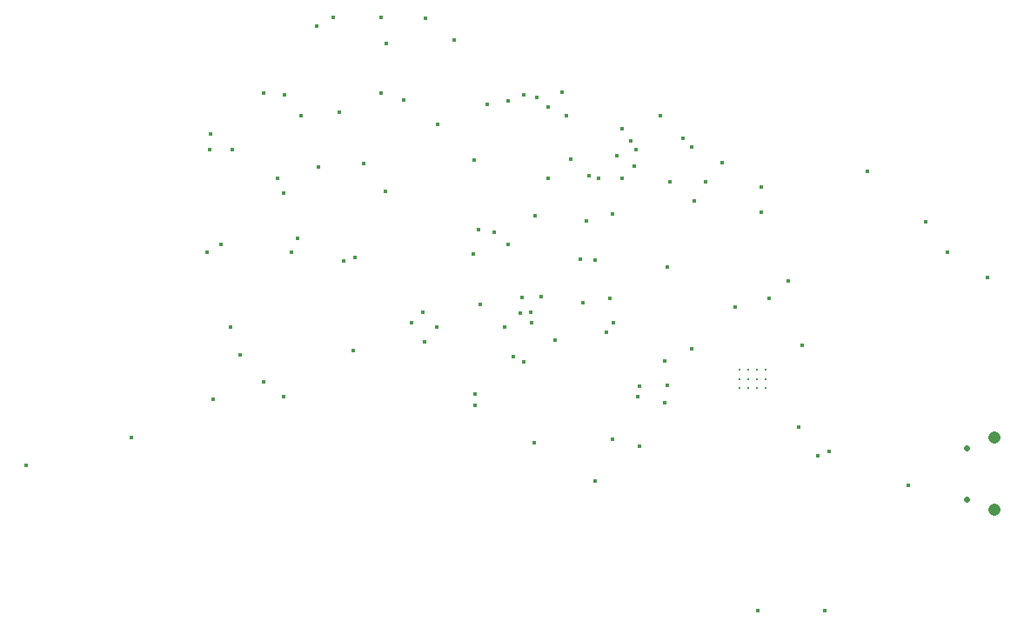
<source format=gbr>
%TF.GenerationSoftware,KiCad,Pcbnew,(5.0.0-rc2-206-gf10aa6c85)*%
%TF.CreationDate,2018-07-15T18:36:14+01:00*%
%TF.ProjectId,Pride Badge,50726964652042616467652E6B696361,rev?*%
%TF.SameCoordinates,Original*%
%TF.FileFunction,Plated,1,2,PTH,Mixed*%
%TF.FilePolarity,Positive*%
%FSLAX46Y46*%
G04 Gerber Fmt 4.6, Leading zero omitted, Abs format (unit mm)*
G04 Created by KiCad (PCBNEW (5.0.0-rc2-206-gf10aa6c85)) date 07/15/18 18:36:14*
%MOMM*%
%LPD*%
G01*
G04 APERTURE LIST*
%TA.AperFunction,ViaDrill*%
%ADD10C,0.300000*%
%TD*%
%TA.AperFunction,ViaDrill*%
%ADD11C,0.400000*%
%TD*%
%TA.AperFunction,Slot*%
%ADD12C,0.600000*%
%TD*%
%TA.AperFunction,Slot*%
%ADD13C,1.150000*%
%TD*%
G04 APERTURE END LIST*
D10*
X136300000Y-94600000D03*
X136300000Y-95450000D03*
X136300000Y-96300000D03*
X137150000Y-94600000D03*
X137150000Y-95450000D03*
X137150000Y-96300000D03*
X138000000Y-94600000D03*
X138000000Y-95450000D03*
X138000000Y-96300000D03*
X138850000Y-94600000D03*
X138850000Y-95450000D03*
X138850000Y-96300000D03*
D11*
X66900000Y-103900000D03*
X77150000Y-101150000D03*
X84450010Y-83150010D03*
X84700000Y-73150000D03*
X84800000Y-71650000D03*
X85100000Y-97400000D03*
X85800000Y-82400000D03*
X86800000Y-90400000D03*
X86950000Y-73150000D03*
X87700000Y-93100004D03*
X90000000Y-67650010D03*
X90000000Y-95750001D03*
X91350000Y-75900000D03*
X91900000Y-77400000D03*
X91950002Y-97150000D03*
X92000000Y-67800000D03*
X92700000Y-83150000D03*
X93250000Y-81800002D03*
X93650000Y-69850000D03*
X95150000Y-61100000D03*
X95305331Y-74794669D03*
X96750000Y-60250000D03*
X97350000Y-69475000D03*
X97800000Y-84000000D03*
X98723450Y-92673450D03*
X98900000Y-83650000D03*
X99750000Y-74500000D03*
X101450000Y-60300000D03*
X101450000Y-67650010D03*
X101850000Y-77200002D03*
X101950000Y-62850000D03*
X103650000Y-68300000D03*
X104400000Y-90000000D03*
X105450000Y-89000000D03*
X105650000Y-91850000D03*
X105750000Y-60350000D03*
X106850000Y-90400000D03*
X106950000Y-70650000D03*
X108500000Y-62500000D03*
X110350000Y-83300000D03*
X110500000Y-74150000D03*
X110550000Y-98000000D03*
X110564314Y-96960381D03*
X110850000Y-80900000D03*
X111050000Y-88250000D03*
X111700000Y-68700000D03*
X112400000Y-81150000D03*
X113400000Y-90450000D03*
X113745057Y-68405703D03*
X113800000Y-82350000D03*
X114300000Y-93250000D03*
X114987347Y-89087347D03*
X115100000Y-87524999D03*
X115269669Y-67780331D03*
X115300000Y-93800000D03*
X116000000Y-88974999D03*
X116049745Y-89974935D03*
X116350000Y-101650000D03*
X116400000Y-79550000D03*
X116600000Y-68050000D03*
X117000000Y-87454503D03*
X117650000Y-69000000D03*
X117703146Y-75953087D03*
X118350000Y-91700000D03*
X119000000Y-67550000D03*
X119450000Y-69850000D03*
X119850000Y-74100002D03*
X120800000Y-83800000D03*
X121050000Y-88050000D03*
X121350000Y-80100000D03*
X121612992Y-75650000D03*
X122237745Y-83912425D03*
X122250000Y-105400000D03*
X122579195Y-75907789D03*
X123350000Y-90950000D03*
X123650000Y-87600000D03*
X123900000Y-79400000D03*
X123900000Y-101350000D03*
X124000000Y-90000000D03*
X124345225Y-73705559D03*
X124850000Y-71100000D03*
X124900000Y-75905581D03*
X125750000Y-72300000D03*
X126050000Y-74750002D03*
X126257028Y-73161944D03*
X126399798Y-97151238D03*
X126550000Y-102000000D03*
X126561007Y-96164316D03*
X128577818Y-69822182D03*
X129037662Y-93687662D03*
X129050000Y-97800000D03*
X129250000Y-84550000D03*
X129279643Y-96092488D03*
X129500000Y-76300000D03*
X130795757Y-72001408D03*
X131600000Y-92550000D03*
X131647175Y-72852825D03*
X131900000Y-78150000D03*
X133000000Y-76300000D03*
X134600000Y-74400000D03*
X135900000Y-88450000D03*
X138100000Y-118050000D03*
X138400000Y-76750000D03*
X138400000Y-79200000D03*
X139200000Y-87600000D03*
X141000000Y-85900000D03*
X142050000Y-100150002D03*
X142350000Y-92200000D03*
X143950000Y-102900000D03*
X144600000Y-118000000D03*
X145050000Y-102500000D03*
X148701048Y-75248952D03*
X152700000Y-105800000D03*
X154450000Y-80150000D03*
X156500000Y-83110000D03*
X160400000Y-85600000D03*
D12*
%TO.C,J1*%
X158387460Y-102199100D02*
X158387460Y-102199100D01*
X158387460Y-107199100D02*
X158387460Y-107199100D01*
D13*
X161087460Y-101199100D02*
X161087460Y-101199100D01*
X161087460Y-108199100D02*
X161087460Y-108199100D01*
M02*

</source>
